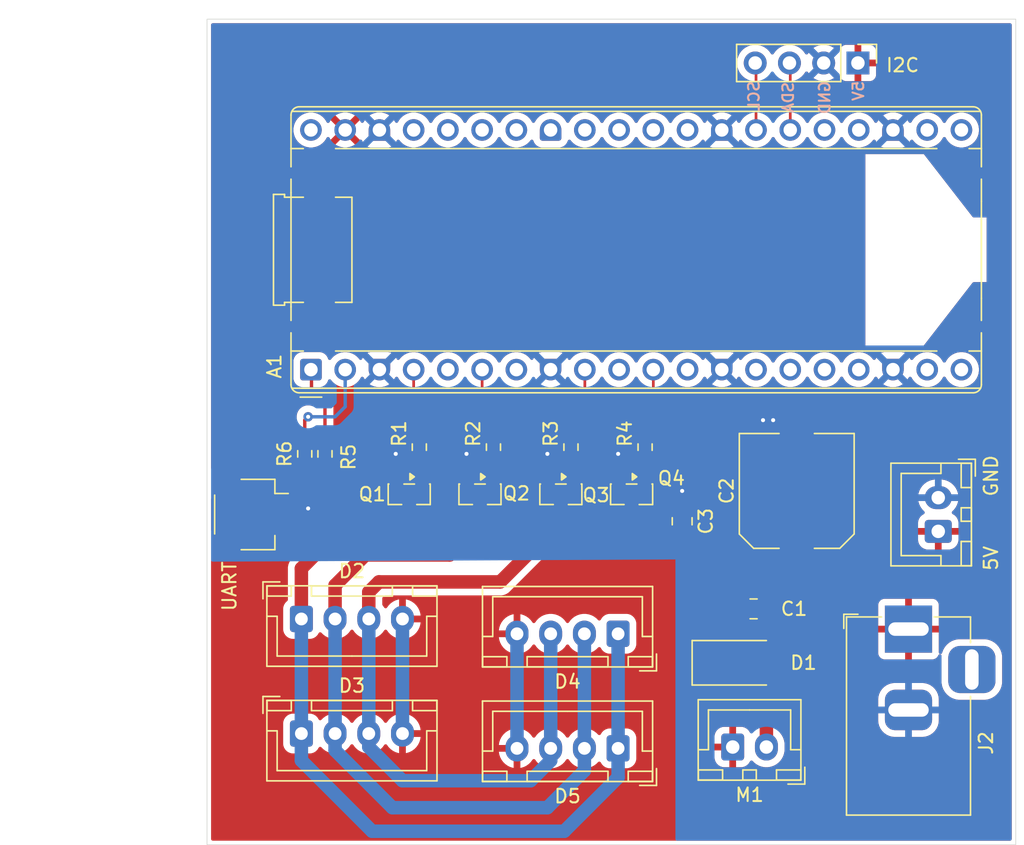
<source format=kicad_pcb>
(kicad_pcb (version 20241229) (generator "pcbnew") (generator_version "9.0")
  (layers (0 "F.Cu" signal) (2 "B.Cu" signal) (13 "F.Paste" user) (15 "B.Paste" user) (5 "F.SilkS" user "F.Silkscreen") (7 "B.SilkS" user "B.Silkscreen") (1 "F.Mask" user) (3 "B.Mask" user) (25 "Edge.Cuts" user))
  (net 0 "")
  (net 3 "GND")
  (net 4 "Net-(A1-GPIO8)")
  (net 5 "+5V")
  (net 10 "Net-(A1-GPIO1)")
  (net 12 "Net-(A1-GPIO0)")
  (net 17 "Net-(A1-GPIO6)")
  (net 18 "Net-(A1-GPIO2)")
  (net 23 "Net-(A1-GPIO21)")
  (net 30 "Net-(A1-GPIO4)")
  (net 31 "Net-(A1-GPIO20)")
  (net 35 "Net-(D1-A)")
  (net 36 "Net-(D2-RK)")
  (net 37 "Net-(D2-GK)")
  (net 38 "Net-(D2-BK)")
  (net 39 "LED R")
  (net 40 "LED G")
  (net 41 "LED B")
  (net 42 "Motor Signal")
  (net 44 "Net-(J3-Pin_1)")
  (net 45 "Net-(J3-Pin_3)")
  (footprint "Capacitor_SMD:C_0805_2012Metric" (layer "F.Cu") (at 91.75 67.75 90)
    (property "Reference" "C3" (at 0 1.75 90) (layer "F.SilkS"))
    (property "Value" "100nF")
    (pad "1" smd roundrect (at -0.95 0 90) (size 1 1.45) (layers "F.Cu" "F.Mask" "F.Paste") (net 35 "Net-(D1-A)"))
    (pad "2" smd roundrect (at 0.95 0 90) (size 1 1.45) (layers "F.Cu" "F.Mask" "F.Paste") (net 3 "GND"))
  )
  (footprint "Common:JST_XH_B2B-XH-A_1x02_P2.50mm_Vertical_Alternate" (layer "F.Cu") (at 98 84.5 180)
    (property "Reference" "M1" (at 1.25 -3.55 180) (layer "F.SilkS"))
    (property "Value" "Pump")
    (pad "1" thru_hole roundrect (at 2.5 0 180) (size 1.7 2) (drill 1) (layers "*.Cu" "*.Mask") (roundrect_rratio 0.147059) (net 5 "+5V"))
    (pad "2" thru_hole oval (at 0 0 180) (size 1.7 2) (drill 1) (layers "*.Cu" "*.Mask") (net 35 "Net-(D1-A)"))
  )
  (footprint "Resistor_SMD:R_0603_1608Metric" (layer "F.Cu") (at 77.75 62.25 90)
    (property "Reference" "R2" (at 1 -1.5 90) (layer "F.SilkS"))
    (property "Value" "100R")
    (pad "1" smd roundrect (at -0.825 0 90) (size 0.8 0.95) (layers "F.Cu" "F.Mask" "F.Paste") (net 39 "LED R"))
    (pad "2" smd roundrect (at 0.825 0 90) (size 0.8 0.95) (layers "F.Cu" "F.Mask" "F.Paste") (net 30 "Net-(A1-GPIO4)"))
  )
  (footprint "Package_TO_SOT_SMD:SOT-23" (layer "F.Cu") (at 71.5 65.75 -90)
    (property "Reference" "Q1" (at 0 2.75 0) (layer "F.SilkS"))
    (property "Value" "AO3400A")
    (pad "1" smd roundrect (at -0.9375 -0.95 270) (size 1.475 0.6) (layers "F.Cu" "F.Mask" "F.Paste") (net 41 "LED B"))
    (pad "2" smd roundrect (at -0.9375 0.95 270) (size 1.475 0.6) (layers "F.Cu" "F.Mask" "F.Paste") (net 3 "GND"))
    (pad "3" smd roundrect (at 0.9375 0 270) (size 1.475 0.6) (layers "F.Cu" "F.Mask" "F.Paste") (net 38 "Net-(D2-BK)"))
  )
  (footprint "Capacitor_SMD:C_Elec_8x10.2" (layer "F.Cu") (at 100.25 65.5 90)
    (property "Reference" "C2" (at 0 -5.2 90) (layer "F.SilkS"))
    (property "Value" "470µF")
    (pad "1" smd roundrect (at -3.6 0 90) (size 4.5 2.1) (layers "F.Cu" "F.Mask" "F.Paste") (roundrect_rratio 0.119048) (net 5 "+5V"))
    (pad "2" smd roundrect (at 3.6 0 90) (size 4.5 2.1) (layers "F.Cu" "F.Mask" "F.Paste") (roundrect_rratio 0.119048) (net 3 "GND"))
  )
  (footprint "Connector_JST:JST_XH_B4B-XH-A_1x04_P2.50mm_Vertical" (layer "F.Cu") (at 86.996672 84.598794 180)
    (property "Reference" "D5" (at 3.75 -3.55 0) (layer "F.SilkS"))
    (property "Value" "LED_BRGA")
    (pad "1" thru_hole roundrect (at 0 0 180) (size 1.7 1.95) (drill 0.95) (layers "*.Cu" "*.Mask") (roundrect_rratio 0.147059) (net 38 "Net-(D2-BK)"))
    (pad "2" thru_hole oval (at 2.5 0 180) (size 1.7 1.95) (drill 0.95) (layers "*.Cu" "*.Mask") (net 36 "Net-(D2-RK)"))
    (pad "3" thru_hole oval (at 5 0 180) (size 1.7 1.95) (drill 0.95) (layers "*.Cu" "*.Mask") (net 37 "Net-(D2-GK)"))
    (pad "4" thru_hole oval (at 7.5 0 180) (size 1.7 1.95) (drill 0.95) (layers "*.Cu" "*.Mask") (net 5 "+5V"))
  )
  (footprint "Resistor_SMD:R_0603_1608Metric" (layer "F.Cu") (at 89 62.25 90)
    (property "Reference" "R4" (at 1 -1.5 90) (layer "F.SilkS"))
    (property "Value" "100R")
    (pad "1" smd roundrect (at -0.825 0 90) (size 0.8 0.95) (layers "F.Cu" "F.Mask" "F.Paste") (net 42 "Motor Signal"))
    (pad "2" smd roundrect (at 0.825 0 90) (size 0.8 0.95) (layers "F.Cu" "F.Mask" "F.Paste") (net 4 "Net-(A1-GPIO8)"))
  )
  (footprint "Connector_JST:JST_XH_B4B-XH-A_1x04_P2.50mm_Vertical" (layer "F.Cu") (at 86.996672 76.098794 180)
    (property "Reference" "D4" (at 3.75 -3.55 0) (layer "F.SilkS"))
    (property "Value" "LED_BRGA")
    (pad "1" thru_hole roundrect (at 0 0 180) (size 1.7 1.95) (drill 0.95) (layers "*.Cu" "*.Mask") (roundrect_rratio 0.147059) (net 38 "Net-(D2-BK)"))
    (pad "2" thru_hole oval (at 2.5 0 180) (size 1.7 1.95) (drill 0.95) (layers "*.Cu" "*.Mask") (net 36 "Net-(D2-RK)"))
    (pad "3" thru_hole oval (at 5 0 180) (size 1.7 1.95) (drill 0.95) (layers "*.Cu" "*.Mask") (net 37 "Net-(D2-GK)"))
    (pad "4" thru_hole oval (at 7.5 0 180) (size 1.7 1.95) (drill 0.95) (layers "*.Cu" "*.Mask") (net 5 "+5V"))
  )
  (footprint "Module:RaspberryPi_Pico_Common_THT" (layer "F.Cu") (at 64.21 56.5 90)
    (property "Reference" "A1" (at -0.75 -2.71 90) (layer "F.SilkS") (effects (justify left)))
    (property "Value" "RaspberryPi_Pico_W")
    (pad "1" thru_hole roundrect (at 0 0 90) (size 1.6 1.6) (drill 1) (layers "*.Cu" "*.Mask") (roundrect_rratio 0.125) (net 12 "Net-(A1-GPIO0)"))
    (pad "2" thru_hole circle (at 0 2.54 90) (size 1.6 1.6) (drill 1) (layers "*.Cu" "*.Mask") (net 10 "Net-(A1-GPIO1)"))
    (pad "3" thru_hole custom (at 0 5.08 90) (size 1.6 1.6) (drill 1) (layers "*.Cu" "*.Mask") (net 3 "GND") (options (clearance outline) (anchor circle)) (primitives (gr_poly (pts (xy 0.8 0.6) (xy 0.8 -0.6) (xy 0.6 -0.8) (xy 0 -0.8) (xy 0 0.8) (xy 0.6 0.8)) (width 0) (fill yes)) (gr_circle (center 0.6 0.6) (end 0.8 0.6) (width 0) (fill yes)) (gr_circle (center 0.6 -0.6) (end 0.8 -0.6) (width 0) (fill yes))))
    (pad "4" thru_hole circle (at 0 7.62 90) (size 1.6 1.6) (drill 1) (layers "*.Cu" "*.Mask") (net 18 "Net-(A1-GPIO2)"))
    (pad "5" thru_hole circle (at 0 10.16 90) (size 1.6 1.6) (drill 1) (layers "*.Cu" "*.Mask"))
    (pad "6" thru_hole circle (at 0 12.7 90) (size 1.6 1.6) (drill 1) (layers "*.Cu" "*.Mask") (net 30 "Net-(A1-GPIO4)"))
    (pad "7" thru_hole circle (at 0 15.24 90) (size 1.6 1.6) (drill 1) (layers "*.Cu" "*.Mask"))
    (pad "8" thru_hole custom (at 0 17.78 90) (size 1.6 1.6) (drill 1) (layers "*.Cu" "*.Mask") (net 3 "GND") (options (clearance outline) (anchor circle)) (primitives (gr_poly (pts (xy 0.8 0.6) (xy 0.8 -0.6) (xy 0.6 -0.8) (xy 0 -0.8) (xy 0 0.8) (xy 0.6 0.8)) (width 0) (fill yes)) (gr_circle (center 0.6 0.6) (end 0.8 0.6) (width 0) (fill yes)) (gr_circle (center 0.6 -0.6) (end 0.8 -0.6) (width 0) (fill yes))))
    (pad "9" thru_hole circle (at 0 20.32 90) (size 1.6 1.6) (drill 1) (layers "*.Cu" "*.Mask") (net 17 "Net-(A1-GPIO6)"))
    (pad "10" thru_hole circle (at 0 22.86 90) (size 1.6 1.6) (drill 1) (layers "*.Cu" "*.Mask"))
    (pad "11" thru_hole circle (at 0 25.4 90) (size 1.6 1.6) (drill 1) (layers "*.Cu" "*.Mask") (net 4 "Net-(A1-GPIO8)"))
    (pad "12" thru_hole circle (at 0 27.94 90) (size 1.6 1.6) (drill 1) (layers "*.Cu" "*.Mask"))
    (pad "13" thru_hole custom (at 0 30.48 90) (size 1.6 1.6) (drill 1) (layers "*.Cu" "*.Mask") (net 3 "GND") (options (clearance outline) (anchor circle)) (primitives (gr_poly (pts (xy 0.8 0.6) (xy 0.8 -0.6) (xy 0.6 -0.8) (xy 0 -0.8) (xy 0 0.8) (xy 0.6 0.8)) (width 0) (fill yes)) (gr_circle (center 0.6 0.6) (end 0.8 0.6) (width 0) (fill yes)) (gr_circle (center 0.6 -0.6) (end 0.8 -0.6) (width 0) (fill yes))))
    (pad "14" thru_hole circle (at 0 33.02 90) (size 1.6 1.6) (drill 1) (layers "*.Cu" "*.Mask"))
    (pad "15" thru_hole circle (at 0 35.56 90) (size 1.6 1.6) (drill 1) (layers "*.Cu" "*.Mask"))
    (pad "16" thru_hole circle (at 0 38.1 90) (size 1.6 1.6) (drill 1) (layers "*.Cu" "*.Mask"))
    (pad "17" thru_hole circle (at 0 40.64 90) (size 1.6 1.6) (drill 1) (layers "*.Cu" "*.Mask"))
    (pad "18" thru_hole custom (at 0 43.18 90) (size 1.6 1.6) (drill 1) (layers "*.Cu" "*.Mask") (net 3 "GND") (options (clearance outline) (anchor circle)) (primitives (gr_poly (pts (xy 0.8 0.6) (xy 0.8 -0.6) (xy 0.6 -0.8) (xy 0 -0.8) (xy 0 0.8) (xy 0.6 0.8)) (width 0) (fill yes)) (gr_circle (center 0.6 0.6) (end 0.8 0.6) (width 0) (fill yes)) (gr_circle (center 0.6 -0.6) (end 0.8 -0.6) (width 0) (fill yes))))
    (pad "19" thru_hole circle (at 0 45.72 90) (size 1.6 1.6) (drill 1) (layers "*.Cu" "*.Mask"))
    (pad "20" thru_hole circle (at 0 48.26 90) (size 1.6 1.6) (drill 1) (layers "*.Cu" "*.Mask"))
    (pad "21" thru_hole circle (at 17.78 48.26 90) (size 1.6 1.6) (drill 1) (layers "*.Cu" "*.Mask"))
    (pad "22" thru_hole circle (at 17.78 45.72 90) (size 1.6 1.6) (drill 1) (layers "*.Cu" "*.Mask"))
    (pad "23" thru_hole custom (at 17.78 43.18 90) (size 1.6 1.6) (drill 1) (layers "*.Cu" "*.Mask") (net 3 "GND") (options (clearance outline) (anchor circle)) (primitives (gr_poly (pts (xy -0.8 0.6) (xy -0.8 -0.6) (xy -0.6 -0.8) (xy 0 -0.8) (xy 0 0.8) (xy -0.6 0.8)) (width 0) (fill yes)) (gr_circle (center -0.6 0.6) (end -0.4 0.6) (width 0) (fill yes)) (gr_circle (center -0.6 -0.6) (end -0.4 -0.6) (width 0) (fill yes))))
    (pad "24" thru_hole circle (at 17.78 40.64 90) (size 1.6 1.6) (drill 1) (layers "*.Cu" "*.Mask"))
    (pad "25" thru_hole circle (at 17.78 38.1 90) (size 1.6 1.6) (drill 1) (layers "*.Cu" "*.Mask"))
    (pad "26" thru_hole circle (at 17.78 35.56 90) (size 1.6 1.6) (drill 1) (layers "*.Cu" "*.Mask") (net 31 "Net-(A1-GPIO20)"))
    (pad "27" thru_hole circle (at 17.78 33.02 90) (size 1.6 1.6) (drill 1) (layers "*.Cu" "*.Mask") (net 23 "Net-(A1-GPIO21)"))
    (pad "28" thru_hole custom (at 17.78 30.48 90) (size 1.6 1.6) (drill 1) (layers "*.Cu" "*.Mask") (net 3 "GND") (options (clearance outline) (anchor circle)) (primitives (gr_poly (pts (xy -0.8 0.6) (xy -0.8 -0.6) (xy -0.6 -0.8) (xy 0 -0.8) (xy 0 0.8) (xy -0.6 0.8)) (width 0) (fill yes)) (gr_circle (center -0.6 0.6) (end -0.4 0.6) (width 0) (fill yes)) (gr_circle (center -0.6 -0.6) (end -0.4 -0.6) (width 0) (fill yes))))
    (pad "29" thru_hole circle (at 17.78 27.94 90) (size 1.6 1.6) (drill 1) (layers "*.Cu" "*.Mask"))
    (pad "30" thru_hole circle (at 17.78 25.4 90) (size 1.6 1.6) (drill 1) (layers "*.Cu" "*.Mask"))
    (pad "31" thru_hole circle (at 17.78 22.86 90) (size 1.6 1.6) (drill 1) (layers "*.Cu" "*.Mask"))
    (pad "32" thru_hole circle (at 17.78 20.32 90) (size 1.6 1.6) (drill 1) (layers "*.Cu" "*.Mask"))
    (pad "33" thru_hole custom (at 17.78 17.78 90) (size 1.6 1.6) (drill 1) (layers "*.Cu" "*.Mask") (options (clearance outline) (anchor circle)) (primitives (gr_poly (pts (xy -0.8 0.6) (xy -0.8 -0.6) (xy -0.6 -0.8) (xy 0 -0.8) (xy 0 0.8) (xy -0.6 0.8)) (width 0) (fill yes)) (gr_circle (center -0.6 0.6) (end -0.4 0.6) (width 0) (fill yes)) (gr_circle (center -0.6 -0.6) (end -0.4 -0.6) (width 0) (fill yes))))
    (pad "34" thru_hole circle (at 17.78 15.24 90) (size 1.6 1.6) (drill 1) (layers "*.Cu" "*.Mask"))
    (pad "35" thru_hole circle (at 17.78 12.7 90) (size 1.6 1.6) (drill 1) (layers "*.Cu" "*.Mask"))
    (pad "36" thru_hole circle (at 17.78 10.16 90) (size 1.6 1.6) (drill 1) (layers "*.Cu" "*.Mask"))
    (pad "37" thru_hole circle (at 17.78 7.62 90) (size 1.6 1.6) (drill 1) (layers "*.Cu" "*.Mask"))
    (pad "38" thru_hole custom (at 17.78 5.08 90) (size 1.6 1.6) (drill 1) (layers "*.Cu" "*.Mask") (net 3 "GND") (options (clearance outline) (anchor circle)) (primitives (gr_poly (pts (xy -0.8 0.6) (xy -0.8 -0.6) (xy -0.6 -0.8) (xy 0 -0.8) (xy 0 0.8) (xy -0.6 0.8)) (width 0) (fill yes)) (gr_circle (center -0.6 0.6) (end -0.4 0.6) (width 0) (fill yes)) (gr_circle (center -0.6 -0.6) (end -0.4 -0.6) (width 0) (fill yes))))
    (pad "39" thru_hole circle (at 17.78 2.54 90) (size 1.6 1.6) (drill 1) (layers "*.Cu" "*.Mask") (net 5 "+5V"))
    (pad "40" thru_hole circle (at 17.78 0 90) (size 1.6 1.6) (drill 1) (layers "*.Cu" "*.Mask"))
    (zone (net 0) (net_name "") (layers "F.Cu" "B.Cu" "F.Paste" "B.Paste") (name "Antenna Copper Keep Out") (connect_pads (clearance 0)) (min_thickness 0.254)
      (keepout (tracks not_allowed) (vias not_allowed) (pads not_allowed) (copperpour not_allowed) (footprints allowed))
      (fill (thermal_gap 0.508) (thermal_bridge_width 0.508))
      (polygon (pts (xy 113.329895 50.01) (xy 109.679895 54.71) (xy 105.34 54.71) (xy 105.34 40.51) (xy 109.679895 40.51) (xy 113.329895 45.21) (xy 114.34 45.21) (xy 114.34 50.01)))
    )
  )
  (footprint "Resistor_SMD:R_0603_1608Metric" (layer "F.Cu") (at 63.75 62.75 -90)
    (property "Reference" "R6" (at 0 1.5 90) (layer "F.SilkS"))
    (property "Value" "100R")
    (pad "1" smd roundrect (at -0.825 0 270) (size 0.8 0.95) (layers "F.Cu" "F.Mask" "F.Paste") (net 10 "Net-(A1-GPIO1)"))
    (pad "2" smd roundrect (at 0.825 0 270) (size 0.8 0.95) (layers "F.Cu" "F.Mask" "F.Paste") (net 44 "Net-(J3-Pin_1)"))
  )
  (footprint "Common:JST_XH_B2B-XH-A_1x02_P2.50mm_Vertical_Alternate" (layer "F.Cu") (at 110.75 66 -90)
    (property "Reference" "J1" (hide yes))
    (property "Value" "Barrel_Jack")
    (pad "1" thru_hole roundrect (at 2.5 0 270) (size 1.7 2) (drill 1) (layers "*.Cu" "*.Mask") (roundrect_rratio 0.147059) (net 5 "+5V"))
    (pad "2" thru_hole oval (at 0 0 270) (size 1.7 2) (drill 1) (layers "*.Cu" "*.Mask") (net 3 "GND"))
  )
  (footprint "Capacitor_SMD:C_0805_2012Metric" (layer "F.Cu") (at 97.05 74.25)
    (property "Reference" "C1" (at 3 0 0) (layer "F.SilkS"))
    (property "Value" "68nF")
    (pad "1" smd roundrect (at -0.95 0) (size 1 1.45) (layers "F.Cu" "F.Mask" "F.Paste") (net 5 "+5V"))
    (pad "2" smd roundrect (at 0.95 0) (size 1 1.45) (layers "F.Cu" "F.Mask" "F.Paste") (net 35 "Net-(D1-A)"))
  )
  (footprint "Connector_JST:JST_SH_SM03B-SRSS-TB_1x03-1MP_P1.00mm_Horizontal" (layer "F.Cu") (at 59.75 67.25 -90)
    (property "Reference" "J3" (hide yes))
    (property "Value" "UART")
    (pad "1" smd roundrect (at -1 -2 270) (size 0.6 1.55) (layers "F.Cu" "F.Mask" "F.Paste") (net 44 "Net-(J3-Pin_1)"))
    (pad "2" smd roundrect (at 0 -2 270) (size 0.6 1.55) (layers "F.Cu" "F.Mask" "F.Paste") (net 3 "GND"))
    (pad "3" smd roundrect (at 1 -2 270) (size 0.6 1.55) (layers "F.Cu" "F.Mask" "F.Paste") (net 45 "Net-(J3-Pin_3)"))
    (pad "MP" smd roundrect (at -2.3 1.875 270) (size 1.2 1.8) (layers "F.Cu" "F.Mask" "F.Paste") (roundrect_rratio 0.208333))
    (pad "MP" smd roundrect (at 2.3 1.875 270) (size 1.2 1.8) (layers "F.Cu" "F.Mask" "F.Paste") (roundrect_rratio 0.208333))
  )
  (footprint "Resistor_SMD:R_0603_1608Metric" (layer "F.Cu") (at 72.25 62.25 90)
    (property "Reference" "R1" (at 1 -1.5 90) (layer "F.SilkS"))
    (property "Value" "100R")
    (pad "1" smd roundrect (at -0.825 0 90) (size 0.8 0.95) (layers "F.Cu" "F.Mask" "F.Paste") (net 41 "LED B"))
    (pad "2" smd roundrect (at 0.825 0 90) (size 0.8 0.95) (layers "F.Cu" "F.Mask" "F.Paste") (net 18 "Net-(A1-GPIO2)"))
  )
  (footprint "Resistor_SMD:R_0603_1608Metric" (layer "F.Cu") (at 83.5 62.25 90)
    (property "Reference" "R3" (at 1 -1.5 90) (layer "F.SilkS"))
    (property "Value" "100R")
    (pad "1" smd roundrect (at -0.825 0 90) (size 0.8 0.95) (layers "F.Cu" "F.Mask" "F.Paste") (net 40 "LED G"))
    (pad "2" smd roundrect (at 0.825 0 90) (size 0.8 0.95) (layers "F.Cu" "F.Mask" "F.Paste") (net 17 "Net-(A1-GPIO6)"))
  )
  (footprint "Connector_PinHeader_2.54mm:PinHeader_1x04_P2.54mm_Vertical" (layer "F.Cu") (at 104.79 33.75 -90)
    (property "Reference" "J4" (hide yes))
    (property "Value" "Conn_01x04")
    (pad "1" thru_hole rect (at 0 0 270) (size 1.7 1.7) (drill 1) (layers "*.Cu" "*.Mask") (net 5 "+5V"))
    (pad "2" thru_hole circle (at 0 2.54 270) (size 1.7 1.7) (drill 1) (layers "*.Cu" "*.Mask") (net 3 "GND"))
    (pad "3" thru_hole circle (at 0 5.08 270) (size 1.7 1.7) (drill 1) (layers "*.Cu" "*.Mask") (net 31 "Net-(A1-GPIO20)"))
    (pad "4" thru_hole circle (at 0 7.62 270) (size 1.7 1.7) (drill 1) (layers "*.Cu" "*.Mask") (net 23 "Net-(A1-GPIO21)"))
  )
  (footprint "Package_TO_SOT_SMD:SOT-23" (layer "F.Cu") (at 76.75 65.75 -90)
    (property "Reference" "Q2" (at -0.0625 -2.7 180) (layer "F.SilkS"))
    (property "Value" "AO3400A")
    (pad "1" smd roundrect (at -0.9375 -0.95 270) (size 1.475 0.6) (layers "F.Cu" "F.Mask" "F.Paste") (net 39 "LED R"))
    (pad "2" smd roundrect (at -0.9375 0.95 270) (size 1.475 0.6) (layers "F.Cu" "F.Mask" "F.Paste") (net 3 "GND"))
    (pad "3" smd roundrect (at 0.9375 0 270) (size 1.475 0.6) (layers "F.Cu" "F.Mask" "F.Paste") (net 36 "Net-(D2-RK)"))
  )
  (footprint "Diode_SMD:D_SMA" (layer "F.Cu") (at 96 78.25)
    (property "Reference" "D1" (at 4.75 0 0) (layer "F.SilkS"))
    (property "Value" "Flyback")
    (pad "1" smd roundrect (at -2 0) (size 2.5 1.8) (layers "F.Cu" "F.Mask" "F.Paste") (roundrect_rratio 0.1388888889) (net 5 "+5V"))
    (pad "2" smd roundrect (at 2 0) (size 2.5 1.8) (layers "F.Cu" "F.Mask" "F.Paste") (roundrect_rratio 0.1388888889) (net 35 "Net-(D1-A)"))
  )
  (footprint "Connector_JST:JST_XH_B4B-XH-A_1x04_P2.50mm_Vertical" (layer "F.Cu") (at 63.5 83.5)
    (property "Reference" "D3" (at 3.75 -3.55 0) (layer "F.SilkS"))
    (property "Value" "LED_BRGA")
    (pad "1" thru_hole roundrect (at 0 0) (size 1.7 1.95) (drill 0.95) (layers "*.Cu" "*.Mask") (roundrect_rratio 0.147059) (net 38 "Net-(D2-BK)"))
    (pad "2" thru_hole oval (at 2.5 0) (size 1.7 1.95) (drill 0.95) (layers "*.Cu" "*.Mask") (net 36 "Net-(D2-RK)"))
    (pad "3" thru_hole oval (at 5 0) (size 1.7 1.95) (drill 0.95) (layers "*.Cu" "*.Mask") (net 37 "Net-(D2-GK)"))
    (pad "4" thru_hole oval (at 7.5 0) (size 1.7 1.95) (drill 0.95) (layers "*.Cu" "*.Mask") (net 5 "+5V"))
  )
  (footprint "Resistor_SMD:R_0603_1608Metric" (layer "F.Cu") (at 65.25 62.75 90)
    (property "Reference" "R5" (at -0.237258 1.75 90) (layer "F.SilkS"))
    (property "Value" "100R")
    (pad "1" smd roundrect (at -0.825 0 90) (size 0.8 0.95) (layers "F.Cu" "F.Mask" "F.Paste") (net 45 "Net-(J3-Pin_3)"))
    (pad "2" smd roundrect (at 0.825 0 90) (size 0.8 0.95) (layers "F.Cu" "F.Mask" "F.Paste") (net 12 "Net-(A1-GPIO0)"))
  )
  (footprint "Package_TO_SOT_SMD:SOT-23" (layer "F.Cu") (at 82.75 65.75 -90)
    (property "Reference" "Q3" (at 0.066136 -2.616943 180) (layer "F.SilkS"))
    (property "Value" "AO3400A")
    (pad "1" smd roundrect (at -0.9375 -0.95 270) (size 1.475 0.6) (layers "F.Cu" "F.Mask" "F.Paste") (net 40 "LED G"))
    (pad "2" smd roundrect (at -0.9375 0.95 270) (size 1.475 0.6) (layers "F.Cu" "F.Mask" "F.Paste") (net 3 "GND"))
    (pad "3" smd roundrect (at 0.9375 0 270) (size 1.475 0.6) (layers "F.Cu" "F.Mask" "F.Paste") (net 37 "Net-(D2-GK)"))
  )
  (footprint "Package_TO_SOT_SMD:SOT-23" (layer "F.Cu") (at 88 65.75 -90)
    (property "Reference" "Q4" (at -1.1875 -2.95 180) (layer "F.SilkS"))
    (property "Value" "AO3400A")
    (pad "1" smd roundrect (at -0.9375 -0.95 270) (size 1.475 0.6) (layers "F.Cu" "F.Mask" "F.Paste") (net 42 "Motor Signal"))
    (pad "2" smd roundrect (at -0.9375 0.95 270) (size 1.475 0.6) (layers "F.Cu" "F.Mask" "F.Paste") (net 3 "GND"))
    (pad "3" smd roundrect (at 0.9375 0 270) (size 1.475 0.6) (layers "F.Cu" "F.Mask" "F.Paste") (net 35 "Net-(D1-A)"))
  )
  (footprint "Connector_JST:JST_XH_B4B-XH-A_1x04_P2.50mm_Vertical" (layer "F.Cu") (at 63.5 75)
    (property "Reference" "D2" (at 3.75 -3.55 0) (layer "F.SilkS"))
    (property "Value" "LED_BRGA")
    (pad "1" thru_hole roundrect (at 0 0) (size 1.7 1.95) (drill 0.95) (layers "*.Cu" "*.Mask") (roundrect_rratio 0.147059) (net 38 "Net-(D2-BK)"))
    (pad "2" thru_hole oval (at 2.5 0) (size 1.7 1.95) (drill 0.95) (layers "*.Cu" "*.Mask") (net 36 "Net-(D2-RK)"))
    (pad "3" thru_hole oval (at 5 0) (size 1.7 1.95) (drill 0.95) (layers "*.Cu" "*.Mask") (net 37 "Net-(D2-GK)"))
    (pad "4" thru_hole oval (at 7.5 0) (size 1.7 1.95) (drill 0.95) (layers "*.Cu" "*.Mask") (net 5 "+5V"))
  )
  (footprint "Connector_BarrelJack:BarrelJack_Horizontal" (layer "F.Cu") (at 108.5425 75.75 90)
    (property "Reference" "J2" (at -8.45 5.75 90) (layer "F.SilkS"))
    (property "Value" "Barrel_Jack_Switch")
    (pad "1" thru_hole rect (at 0 0 90) (size 3.5 3.5) (drill oval 1 3) (layers "*.Cu" "*.Mask") (net 5 "+5V"))
    (pad "2" thru_hole roundrect (at -6 0 90) (size 3 3.5) (drill oval 1 3) (layers "*.Cu" "*.Mask") (net 3 "GND"))
    (pad "3" thru_hole roundrect (at -3 4.7 90) (size 3.5 3.5) (drill oval 3 1) (layers "*.Cu" "*.Mask"))
  )
  (gr_rect (start 56.5 30.5) (end 116.5 91.75) (stroke (width 0.05)) (fill no) (layer "Edge.Cuts"))
  (gr_text "5V" (at 115.25 71.5 90) (layer "F.SilkS") (effects (font (size 1 1)) (justify left bottom)))
  (gr_text "UART" (at 58.75 74.5 90) (layer "F.SilkS") (effects (font (size 1 1)) (justify left bottom)))
  (gr_text "GND" (at 115.25 66 90) (layer "F.SilkS") (effects (font (size 1 1)) (justify left bottom)))
  (gr_text "I2C" (at 106.79 34.5 0) (layer "F.SilkS") (effects (font (size 1 1)) (justify left bottom)))
  (gr_text "5V" (at 105.29 35 90) (layer "B.SilkS") (effects (font (size 0.8 0.8) (thickness 0.15) (bold yes)) (justify left bottom mirror)))
  (gr_text "SCL" (at 97.54 35 90) (layer "B.SilkS") (effects (font (size 0.8 0.8) (thickness 0.15) (bold yes)) (justify left bottom mirror)))
  (gr_text "GND" (at 102.79 35 90) (layer "B.SilkS") (effects (font (size 0.8 0.8) (thickness 0.15) (bold yes)) (justify left bottom mirror)))
  (gr_text "SDA" (at 100.083484 35.075963 90) (layer "B.SilkS") (effects (font (size 0.8 0.8) (thickness 0.15) (bold yes)) (justify left bottom mirror)))
  (segment (start 63.55 67.25) (end 61.75 67.25) (width 0.25) (layer "F.Cu") (net 3))
  (segment (start 91.75 65.5) (end 91.75 66.8) (width 0.5) (layer "F.Cu") (net 3))
  (segment (start 98.6 60.25) (end 98.5 60.25) (width 1) (layer "F.Cu") (net 3))
  (segment (start 87 62.75) (end 87 64.7625) (width 0.5) (layer "F.Cu") (net 3))
  (segment (start 100.25 61.9) (end 98.6 60.25) (width 1) (layer "F.Cu") (net 3))
  (segment (start 64 66.8) (end 63.55 67.25) (width 0.25) (layer "F.Cu") (net 3))
  (segment (start 75.75 62.75) (end 75.75 64.7625) (width 0.5) (layer "F.Cu") (net 3))
  (segment (start 87 64.7625) (end 87.05 64.8125) (width 0.5) (layer "F.Cu") (net 3))
  (segment (start 70.5 63.5) (end 70.55 63.55) (width 0.5) (layer "F.Cu") (net 3))
  (segment (start 70.5 62.75) (end 70.5 63.5) (width 0.5) (layer "F.Cu") (net 3))
  (segment (start 81.75 62.75) (end 81.8 62.8) (width 0.5) (layer "F.Cu") (net 3))
  (segment (start 70.55 63.55) (end 70.55 64.8125) (width 0.5) (layer "F.Cu") (net 3))
  (segment (start 75.75 64.7625) (end 75.8 64.8125) (width 0.5) (layer "F.Cu") (net 3))
  (segment (start 98.5 60.25) (end 97.75 60.25) (width 1) (layer "F.Cu") (net 3))
  (segment (start 81.8 62.8) (end 81.8 64.8125) (width 0.5) (layer "F.Cu") (net 3))
  (via (at 75.75 62.75) (size 0.7) (drill 0.3) (layers "F.Cu" "B.Cu") (net 3))
  (via (at 97.75 60.25) (size 0.7) (drill 0.3) (layers "F.Cu" "B.Cu") (net 3))
  (via (at 81.75 62.75) (size 0.7) (drill 0.3) (layers "F.Cu" "B.Cu") (net 3))
  (via (at 91.75 65.5) (size 0.7) (drill 0.3) (layers "F.Cu" "B.Cu") (net 3))
  (via (at 87 62.75) (size 0.7) (drill 0.3) (layers "F.Cu" "B.Cu") (net 3))
  (via (at 64 66.8) (size 0.7) (drill 0.3) (layers "F.Cu" "B.Cu") (net 3))
  (via (at 70.5 62.75) (size 0.7) (drill 0.3) (layers "F.Cu" "B.Cu") (net 3))
  (via (at 98.5 60.25) (size 0.7) (drill 0.3) (layers "F.Cu" "B.Cu") (net 3))
  (segment (start 89 59) (end 89.61 58.39) (width 0.2) (layer "F.Cu") (net 4))
  (segment (start 89.61 58.39) (end 89.61 56.5) (width 0.2) (layer "F.Cu") (net 4))
  (segment (start 89 61.425) (end 89 59) (width 0.2) (layer "F.Cu") (net 4))
  (segment (start 79.496672 76.098794) (end 79.496672 84.598794) (width 1) (layer "B.Cu") (net 5))
  (segment (start 71 75) (end 71 83.5) (width 1) (layer "B.Cu") (net 5))
  (segment (start 63.75 60.25) (end 63.75 61.925) (width 0.25) (layer "F.Cu") (net 10))
  (segment (start 64 60) (end 63.75 60.25) (width 0.25) (layer "F.Cu") (net 10))
  (via (at 64 60) (size 0.7) (drill 0.3) (layers "F.Cu" "B.Cu") (net 10))
  (segment (start 66.75 59.25) (end 66.75 56.5) (width 0.25) (layer "B.Cu") (net 10))
  (segment (start 64 60) (end 66 60) (width 0.25) (layer "B.Cu") (net 10))
  (segment (start 66 60) (end 66.75 59.25) (width 0.25) (layer "B.Cu") (net 10))
  (segment (start 64.25 58) (end 65.25 59) (width 0.25) (layer "F.Cu") (net 12))
  (segment (start 64.21 56.5) (end 64.25 56.54) (width 0.25) (layer "F.Cu") (net 12))
  (segment (start 64.25 56.54) (end 64.25 58) (width 0.25) (layer "F.Cu") (net 12))
  (segment (start 65.25 59) (end 65.25 61.925) (width 0.25) (layer "F.Cu") (net 12))
  (segment (start 83.5 59.5) (end 84.53 58.47) (width 0.2) (layer "F.Cu") (net 17))
  (segment (start 83.5 61.425) (end 83.5 59.5) (width 0.2) (layer "F.Cu") (net 17))
  (segment (start 84.53 58.47) (end 84.53 56.5) (width 0.2) (layer "F.Cu") (net 17))
  (segment (start 71.83 58.42) (end 71.83 56.5) (width 0.2) (layer "F.Cu") (net 18))
  (segment (start 72.25 58.84) (end 71.83 58.42) (width 0.2) (layer "F.Cu") (net 18))
  (segment (start 72.25 61.425) (end 72.25 58.84) (width 0.2) (layer "F.Cu") (net 18))
  (segment (start 97.23 33.81) (end 97.17 33.75) (width 0.2) (layer "F.Cu") (net 23))
  (segment (start 97.23 38.72) (end 97.23 33.81) (width 0.2) (layer "F.Cu") (net 23))
  (segment (start 76.91 58.34) (end 76.91 56.5) (width 0.2) (layer "F.Cu") (net 30))
  (segment (start 77.75 61.425) (end 77.75 59.18) (width 0.2) (layer "F.Cu") (net 30))
  (segment (start 77.75 59.18) (end 76.91 58.34) (width 0.2) (layer "F.Cu") (net 30))
  (segment (start 99.77 38.72) (end 99.77 33.81) (width 0.2) (layer "F.Cu") (net 31))
  (segment (start 99.77 33.81) (end 99.71 33.75) (width 0.2) (layer "F.Cu") (net 31))
  (segment (start 93.5 68.75) (end 98 73.25) (width 1) (layer "F.Cu") (net 35))
  (segment (start 98 73.25) (end 98 84.5) (width 1) (layer "F.Cu") (net 35))
  (segment (start 88 66.6875) (end 88 67.85) (width 1) (layer "F.Cu") (net 35))
  (segment (start 88.9 68.75) (end 93.5 68.75) (width 1) (layer "F.Cu") (net 35))
  (segment (start 88 67.85) (end 88.9 68.75) (width 1) (layer "F.Cu") (net 35))
  (segment (start 76.75 68) (end 74.5 70.25) (width 1) (layer "F.Cu") (net 36))
  (segment (start 74.5 70.25) (end 68.25 70.25) (width 1) (layer "F.Cu") (net 36))
  (segment (start 76.75 66.6875) (end 76.75 68) (width 1) (layer "F.Cu") (net 36))
  (segment (start 68.25 70.25) (end 66 72.5) (width 1) (layer "F.Cu") (net 36))
  (segment (start 66 72.5) (end 66 75) (width 1) (layer "F.Cu") (net 36))
  (segment (start 70.25 89) (end 81.75 89) (width 1) (layer "B.Cu") (net 36))
  (segment (start 84.496672 84.598794) (end 84.496672 76.098794) (width 1) (layer "B.Cu") (net 36))
  (segment (start 66 84.75) (end 70.25 89) (width 1) (layer "B.Cu") (net 36))
  (segment (start 81.75 89) (end 84.496672 86.253328) (width 1) (layer "B.Cu") (net 36))
  (segment (start 66 75) (end 66 83.5) (width 1) (layer "B.Cu") (net 36))
  (segment (start 84.496672 86.253328) (end 84.496672 84.598794) (width 1) (layer "B.Cu") (net 36))
  (segment (start 66 83.5) (end 66 84.75) (width 1) (layer "B.Cu") (net 36))
  (segment (start 82.75 66.6875) (end 82.75 67.75) (width 1) (layer "F.Cu") (net 37))
  (segment (start 69.25 72.25) (end 68.5 73) (width 1) (layer "F.Cu") (net 37))
  (segment (start 78.25 72.25) (end 69.25 72.25) (width 1) (layer "F.Cu") (net 37))
  (segment (start 82.75 67.75) (end 78.25 72.25) (width 1) (layer "F.Cu") (net 37))
  (segment (start 68.5 73) (end 68.5 75) (width 1) (layer "F.Cu") (net 37))
  (segment (start 68.5 83.5) (end 68.5 84.5) (width 1) (layer "B.Cu") (net 37))
  (segment (start 71 87) (end 80.5 87) (width 1) (layer "B.Cu") (net 37))
  (segment (start 81.996672 84.598794) (end 81.996672 76.098794) (width 1) (layer "B.Cu") (net 37))
  (segment (start 68.5 75) (end 68.5 83.5) (width 1) (layer "B.Cu") (net 37))
  (segment (start 68.5 84.5) (end 71 87) (width 1) (layer "B.Cu") (net 37))
  (segment (start 80.5 87) (end 81.996672 85.503328) (width 1) (layer "B.Cu") (net 37))
  (segment (start 81.996672 85.503328) (end 81.996672 84.598794) (width 1) (layer "B.Cu") (net 37))
  (segment (start 66.5 68.25) (end 63.5 71.25) (width 1) (layer "F.Cu") (net 38))
  (segment (start 63.5 71.25) (end 63.5 75) (width 1) (layer "F.Cu") (net 38))
  (segment (start 70.75 68.25) (end 66.5 68.25) (width 1) (layer "F.Cu") (net 38))
  (segment (start 71.5 66.6875) (end 71.5 67.5) (width 1) (layer "F.Cu") (net 38))
  (segment (start 71.5 67.5) (end 70.75 68.25) (width 1) (layer "F.Cu") (net 38))
  (segment (start 86.996672 86.753328) (end 86.996672 84.598794) (width 1) (layer "B.Cu") (net 38))
  (segment (start 68.749 90.749) (end 83.001 90.749) (width 1) (layer "B.Cu") (net 38))
  (segment (start 83.001 90.749) (end 86.996672 86.753328) (width 1) (layer "B.Cu") (net 38))
  (segment (start 63.5 85.5) (end 68.749 90.749) (width 1) (layer "B.Cu") (net 38))
  (segment (start 63.5 75) (end 63.5 83.5) (width 1) (layer "B.Cu") (net 38))
  (segment (start 86.996672 84.598794) (end 86.996672 76.098794) (width 1) (layer "B.Cu") (net 38))
  (segment (start 63.5 83.5) (end 63.5 85.5) (width 1) (layer "B.Cu") (net 38))
  (segment (start 77.7 63.125) (end 77.7 64.8125) (width 0.25) (layer "F.Cu") (net 39))
  (segment (start 77.75 63.075) (end 77.7 63.125) (width 0.25) (layer "F.Cu") (net 39))
  (segment (start 83.5 63.075) (end 83.7 63.275) (width 0.25) (layer "F.Cu") (net 40))
  (segment (start 83.7 63.275) (end 83.7 64.8125) (width 0.25) (layer "F.Cu") (net 40))
  (segment (start 72.25 63.075) (end 72.25 64.6125) (width 0.25) (layer "F.Cu") (net 41))
  (segment (start 72.25 64.6125) (end 72.45 64.8125) (width 0.25) (layer "F.Cu") (net 41))
  (segment (start 88.95 63.125) (end 88.95 64.8125) (width 0.25) (layer "F.Cu") (net 42))
  (segment (start 89 63.075) (end 88.95 63.125) (width 0.25) (layer "F.Cu") (net 42))
  (segment (start 63.75 63.575) (end 63.75 65.75) (width 0.25) (layer "F.Cu") (net 44))
  (segment (start 63.25 66.25) (end 61.75 66.25) (width 0.25) (layer "F.Cu") (net 44))
  (segment (start 63.75 65.75) (end 63.25 66.25) (width 0.25) (layer "F.Cu") (net 44))
  (segment (start 63.706009 68.25) (end 65.35 66.606009) (width 0.25) (layer "F.Cu") (net 45))
  (segment (start 61.75 68.25) (end 63.706009 68.25) (width 0.25) (layer "F.Cu") (net 45))
  (segment (start 65.35 63.675) (end 65.25 63.575) (width 0.25) (layer "F.Cu") (net 45))
  (segment (start 65.35 66.606009) (end 65.35 63.675) (width 0.25) (layer "F.Cu") (net 45))
  (zone (net 5) (net_name "+5V") (layer "F.Cu") (name "5V plane") (connect_pads (clearance 0.5)) (min_thickness 0.25) (fill yes (thermal_gap 0.5) (thermal_bridge_width 0.5))
    (polygon (pts (xy 116.474897 30.5) (xy 56.474897 30.5) (xy 56.474897 91.75) (xy 116.474897 91.75)))
  )
  (zone (net 3) (net_name "GND") (layer "B.Cu") (name "ground plane") (priority 1) (connect_pads (clearance 0.5)) (min_thickness 0.25) (fill yes (thermal_gap 0.5) (thermal_bridge_width 0.5))
    (polygon (pts (xy 56.5 30.5) (xy 56.5 70.75) (xy 91.25 70.583301) (xy 91.25 91.75) (xy 116.5 91.75) (xy 116.5 30.5)))
  )
)
</source>
